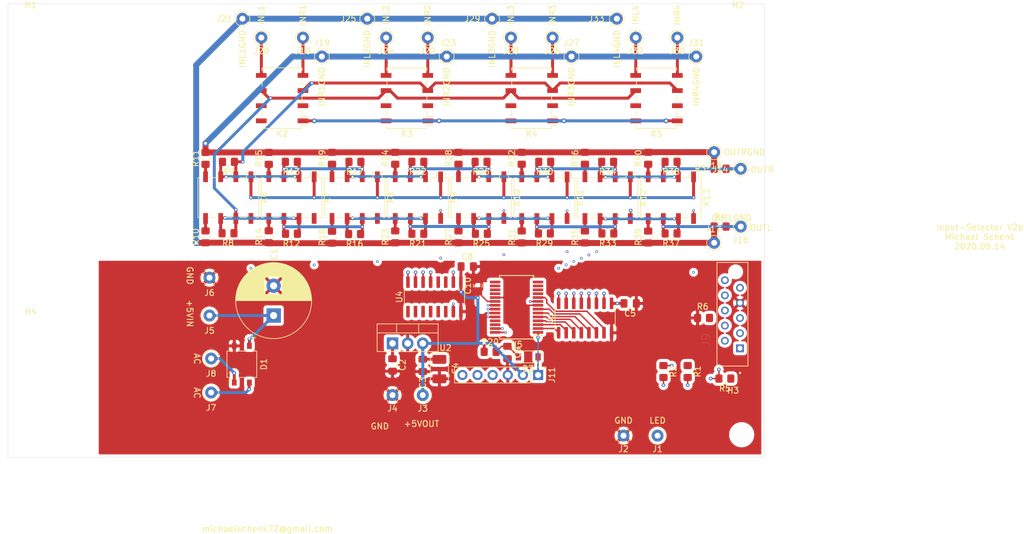
<source format=kicad_pcb>
(kicad_pcb (version 20211014) (generator pcbnew)
  (layers (0 "F.Cu" mixed) (1 "In1.Cu" signal) (2 "In2.Cu" signal) (31 "B.Cu" mixed) (34 "B.Paste" user) (35 "F.Paste" user) (36 "B.SilkS" user "B.Silkscreen") (37 "F.SilkS" user "F.Silkscreen") (38 "B.Mask" user) (39 "F.Mask" user) (44 "Edge.Cuts" user))
  (net 0 "")
  (net 1 "GND")
  (net 2 "Net-(C1-Pad1)")
  (net 3 "+5V")
  (net 4 "Net-(J1-Pad1)")
  (net 5 "Net-(C9-Pad1)")
  (net 6 "Net-(D3-Pad1)")
  (net 7 "Net-(J9-Pad2)")
  (net 8 "Net-(J9-Pad5)")
  (net 10 "Net-(J9-Pad6)")
  (net 11 "Net-(J9-Pad1)")
  (net 12 "Net-(J9-Pad8)")
  (net 13 "GND1")
  (net 14 "GND2")
  (net 15 "Net-(K2-Pad3)")
  (net 16 "Net-(J18-Pad1)")
  (net 17 "Net-(J20-Pad1)")
  (net 18 "Net-(J22-Pad1)")
  (net 19 "Net-(J24-Pad1)")
  (net 20 "Net-(J26-Pad1)")
  (net 21 "Net-(J28-Pad1)")
  (net 22 "Net-(J30-Pad1)")
  (net 23 "Net-(J32-Pad1)")
  (net 24 "Net-(K2-Pad6)")
  (net 25 "Net-(K4-Pad8)")
  (net 26 "Net-(K5-Pad8)")
  (net 27 "Net-(K6-Pad3)")
  (net 28 "Net-(R1-Pad1)")
  (net 29 "Net-(K2-Pad8)")
  (net 30 "Net-(K3-Pad8)")
  (net 31 "Net-(U4-Pad1)")
  (net 32 "Net-(U4-Pad2)")
  (net 33 "Net-(U4-Pad3)")
  (net 35 "Net-(U4-Pad4)")
  (net 36 "ICSPDAT")
  (net 37 "ICSPCLK")
  (net 39 "Net-(D1-Pad2)")
  (net 40 "Net-(D1-Pad1)")
  (net 50 "Net-(K7-Pad3)")
  (net 51 "Net-(K6-Pad4)")
  (net 52 "Net-(K6-Pad5)")
  (net 53 "Net-(K6-Pad6)")
  (net 54 "Net-(K6-Pad8)")
  (net 55 "Net-(K7-Pad6)")
  (net 56 "Net-(K7-Pad4)")
  (net 57 "Net-(K7-Pad5)")
  (net 58 "Net-(K7-Pad8)")
  (net 59 "Net-(K8-Pad4)")
  (net 60 "Net-(K8-Pad5)")
  (net 61 "Net-(K8-Pad8)")
  (net 62 "Net-(K9-Pad4)")
  (net 63 "Net-(K9-Pad5)")
  (net 64 "Net-(K8-Pad3)")
  (net 65 "Net-(K8-Pad6)")
  (net 66 "Net-(K9-Pad8)")
  (net 67 "Net-(K10-Pad4)")
  (net 68 "Net-(K10-Pad5)")
  (net 69 "Net-(K10-Pad7)")
  (net 70 "Net-(K10-Pad8)")
  (net 71 "Net-(K10-Pad6)")
  (net 72 "Net-(K11-Pad4)")
  (net 73 "Net-(K11-Pad5)")
  (net 74 "Net-(K11-Pad8)")
  (net 75 "Net-(K12-Pad4)")
  (net 76 "Net-(K12-Pad5)")
  (net 77 "Net-(K12-Pad8)")
  (net 78 "Net-(K13-Pad4)")
  (net 79 "Net-(K13-Pad5)")
  (net 80 "Net-(K13-Pad8)")
  (net 84 "ATT_0")
  (net 85 "ATT_1")
  (net 86 "ATT_2")
  (net 87 "ATT_3")
  (net 88 "ATT_4")
  (net 89 "ATT_5")
  (net 90 "ATT_7")
  (net 91 "ATT_6")
  (net 98 "Net-(K10-Pad2)")
  (net 99 "Net-(K10-Pad3)")
  (net 100 "Net-(K13-Pad3)")
  (net 101 "Net-(K13-Pad6)")
  (net 102 "Net-(K12-Pad2)")
  (net 103 "Net-(K11-Pad6)")
  (net 104 "Net-(K12-Pad3)")
  (net 105 "Net-(K13-Pad7)")
  (footprint "Capacitor_SMD:C_0805_2012Metric_Pad1.18x1.45mm_HandSolder" (layer "F.Cu") (at 152.1968 108.9367 -90)
    (fp_text reference "C2")
    (fp_text value "330nF")
  )
  (footprint "Capacitor_SMD:C_0805_2012Metric_Pad1.18x1.45mm_HandSolder" (layer "F.Cu") (at 157.2768 109.0077 -90)
    (fp_text reference "C3")
    (fp_text value "100nF")
  )
  (footprint "Capacitor_SMD:C_0805_2012Metric_Pad1.18x1.45mm_HandSolder" (layer "F.Cu") (at 192.0963 98.6028 180)
    (fp_text reference "C5")
    (fp_text value "100nF")
  )
  (footprint "MountingHole:MountingHole_3.2mm_M3" (layer "F.Cu") (at 210.185 52.705)
    (fp_text reference "H2")
    (fp_text value "MountingHole")
  )
  (footprint "MountingHole:MountingHole_3.2mm_M3" (layer "F.Cu") (at 210.82 120.65)
    (fp_text reference "H3")
    (fp_text value "MountingHole")
  )
  (footprint "MountingHole:MountingHole_3.2mm_M3" (layer "F.Cu") (at 91.44 104.14)
    (fp_text reference "H4")
    (fp_text value "MountingHole")
  )
  (footprint "Connector_Pin:Pin_D1.0mm_L10.0mm" (layer "F.Cu") (at 196.6976 120.8024)
    (fp_text reference "J1")
    (fp_text value "LED")
  )
  (footprint "Connector_Pin:Pin_D1.0mm_L10.0mm" (layer "F.Cu") (at 190.9826 120.8024)
    (fp_text reference "J2")
    (fp_text value "GND")
  )
  (footprint "Connector_Pin:Pin_D1.0mm_L10.0mm" (layer "F.Cu") (at 157.2768 113.9952)
    (fp_text reference "J3")
    (fp_text value "+5VOUT")
  )
  (footprint "Connector_Pin:Pin_D1.0mm_L10.0mm" (layer "F.Cu") (at 152.1968 113.9952)
    (fp_text reference "J4")
    (fp_text value "GND")
  )
  (footprint "Connector_Pin:Pin_D1.0mm_L10.0mm" (layer "F.Cu") (at 121.4628 100.6348)
    (fp_text reference "J5")
    (fp_text value "+5VIN")
  )
  (footprint "Connector_Pin:Pin_D1.0mm_L10.0mm" (layer "F.Cu") (at 121.4628 94.2848)
    (fp_text reference "J6")
    (fp_text value "GND")
  )
  (footprint "Connector_Pin:Pin_D1.0mm_L10.0mm" (layer "F.Cu") (at 121.7422 113.5672)
    (fp_text reference "J7")
    (fp_text value "AC")
  )
  (footprint "Connector_Pin:Pin_D1.0mm_L10.0mm" (layer "F.Cu") (at 121.7422 107.8522)
    (fp_text reference "J8")
    (fp_text value "AC")
  )
  (footprint "Connector_Pin:Pin_D1.0mm_L10.0mm" (layer "F.Cu") (at 210.6676 75.9968)
    (fp_text reference "J14")
    (fp_text value "OUT_R")
  )
  (footprint "Connector_Pin:Pin_D1.0mm_L10.0mm" (layer "F.Cu") (at 206.197298 73.2028)
    (fp_text reference "J15")
    (fp_text value "OUT_GNDR")
  )
  (footprint "Connector_Pin:Pin_D1.0mm_L10.0mm" (layer "F.Cu") (at 210.6676 85.6996)
    (fp_text reference "J16")
    (fp_text value "OUT_L")
  )
  (footprint "Connector_Pin:Pin_D1.0mm_L10.0mm" (layer "F.Cu") (at 206.197298 88.428868)
    (fp_text reference "J17")
    (fp_text value "OUT_GNDL")
  )
  (footprint "Connector_Pin:Pin_D1.0mm_L10.0mm" (layer "F.Cu") (at 137.16 53.975)
    (fp_text reference "J18")
    (fp_text value "IN_R1")
  )
  (footprint "Connector_Pin:Pin_D1.0mm_L10.0mm" (layer "F.Cu") (at 140.335 57.15)
    (fp_text reference "J19")
    (fp_text value "IN_GNDR1")
  )
  (footprint "Connector_Pin:Pin_D1.0mm_L10.0mm" (layer "F.Cu") (at 130.175 53.975)
    (fp_text reference "J20")
    (fp_text value "IN_L1")
  )
  (footprint "Connector_Pin:Pin_D1.0mm_L10.0mm" (layer "F.Cu") (at 127 50.8)
    (fp_text reference "J21")
    (fp_text value "IN_GNDL1")
  )
  (footprint "Connector_Pin:Pin_D1.0mm_L10.0mm" (layer "F.Cu") (at 158.115 53.975)
    (fp_text reference "J22")
    (fp_text value "IN_R2")
  )
  (footprint "Connector_Pin:Pin_D1.0mm_L10.0mm" (layer "F.Cu") (at 161.29 57.15)
    (fp_text reference "J23")
    (fp_text value "IN_GNDR2")
  )
  (footprint "Connector_Pin:Pin_D1.0mm_L10.0mm" (layer "F.Cu") (at 147.955 50.8)
    (fp_text reference "J25")
    (fp_text value "IN_GNDL2")
  )
  (footprint "Connector_Pin:Pin_D1.0mm_L10.0mm" (layer "F.Cu") (at 179.07 53.975)
    (fp_text reference "J26")
    (fp_text value "IN_R3")
  )
  (footprint "Connector_Pin:Pin_D1.0mm_L10.0mm" (layer "F.Cu") (at 182.245 57.15)
    (fp_text reference "J27")
    (fp_text value "IN_GNDR3")
  )
  (footprint "Connector_Pin:Pin_D1.0mm_L10.0mm" (layer "F.Cu") (at 172.085 53.975)
    (fp_text reference "J28")
    (fp_text value "IN_L3")
  )
  (footprint "Connector_Pin:Pin_D1.0mm_L10.0mm" (layer "F.Cu") (at 168.91 50.8)
    (fp_text reference "J29")
    (fp_text value "IN_GNDL3")
  )
  (footprint "Connector_Pin:Pin_D1.0mm_L10.0mm" (layer "F.Cu") (at 203.2 57.15)
    (fp_text reference "J31")
    (fp_text value "IN_GNDR4")
  )
  (footprint "Connector_Pin:Pin_D1.0mm_L10.0mm" (layer "F.Cu") (at 193.04 53.975)
    (fp_text reference "J32")
    (fp_text value "IN_L4")
  )
  (footprint "Connector_Pin:Pin_D1.0mm_L10.0mm" (layer "F.Cu") (at 189.865 50.8)
    (fp_text reference "J33")
    (fp_text value "IN_GNDL4")
  )
  (footprint "Relay_SMD:Relay_DPDT_Omron_G6K-2F" (layer "F.Cu") (at 133.66 64.135 180)
    (fp_text reference "K2")
    (fp_text value "G6K-2F DC5")
  )
  (footprint "Relay_SMD:Relay_DPDT_Omron_G6K-2F" (layer "F.Cu") (at 154.615 64.135 180)
    (fp_text reference "K3")
    (fp_text value "G6K-2F DC5")
  )
  (footprint "Relay_SMD:Relay_DPDT_Omron_G6K-2F" (layer "F.Cu") (at 175.57 64.135 180)
    (fp_text reference "K4")
    (fp_text value "G6K-2F DC5")
  )
  (footprint "Relay_SMD:Relay_DPDT_Omron_G6K-2F" (layer "F.Cu") (at 196.525 64.135 180)
    (fp_text reference "K5")
    (fp_text value "G6K-2F DC5")
  )
  (footprint "Resistor_SMD:R_0805_2012Metric_Pad1.20x1.40mm_HandSolder" (layer "F.Cu") (at 201.7522 110.0344 -90)
    (fp_text reference "R1")
    (fp_text value "330R")
  )
  (footprint "Resistor_SMD:R_0805_2012Metric_Pad1.20x1.40mm_HandSolder" (layer "F.Cu") (at 197.6882 110.0344 -90)
    (fp_text reference "R2")
    (fp_text value "330R")
  )
  (footprint "Resistor_SMD:R_0805_2012Metric_Pad1.20x1.40mm_HandSolder" (layer "F.Cu") (at 207.1972 85.6996)
    (fp_text reference "R4")
    (fp_text value "47.5k/0.1%")
  )
  (footprint "Resistor_SMD:R_0805_2012Metric_Pad1.20x1.40mm_HandSolder" (layer "F.Cu") (at 208.0006 111.2172 180)
    (fp_text reference "R5")
    (fp_text value "4.7k")
  )
  (footprint "Resistor_SMD:R_0805_2012Metric_Pad1.20x1.40mm_HandSolder" (layer "F.Cu") (at 204.4192 101.0412 180)
    (fp_text reference "R6")
    (fp_text value "4.7k")
  )
  (footprint "Connector_Pin:Pin_D1.0mm_L10.0mm" (layer "F.Cu") (at 151.13 53.975)
    (fp_text reference "J24")
    (fp_text value "IN_L2")
  )
  (footprint "MountingHole:MountingHole_3.2mm_M3" (layer "F.Cu") (at 91.44 52.705)
    (fp_text reference "H1")
    (fp_text value "MountingHole")
  )
  (footprint "Connector_Pin:Pin_D1.0mm_L10.0mm" (layer "F.Cu") (at 200.025 53.975)
    (fp_text reference "J30")
    (fp_text value "IN_R4")
  )
  (footprint "Capacitor_THT:CP_Radial_D12.5mm_P5.00mm" (layer "F.Cu") (at 132.2324 100.6348 90)
    (fp_text reference "C1")
    (fp_text value "1000uF")
  )
  (footprint "Resistor_SMD:R_0805_2012Metric_Pad1.20x1.40mm_HandSolder" (layer "F.Cu") (at 207.1972 75.9968)
    (fp_text reference "R3")
    (fp_text value "47.5k/0.1%")
  )
  (footprint "Package_SO:SOIC-16_3.9x9.9mm_P1.27mm" (layer "F.Cu") (at 159.2326 97.4994 90)
    (fp_text reference "U4")
    (fp_text value "ULN2003A")
  )
  (footprint "Package_TO_SOT_SMD:TO-269AA" (layer "F.Cu") (at 126.8984 108.8136 90)
    (fp_text reference "D1")
    (fp_text value "MB4S")
  )
  (footprint "Package_TO_SOT_THT:TO-220-3_Vertical" (layer "F.Cu") (at 152.1968 105.3084)
    (fp_text reference "U2")
    (fp_text value "L7805")
  )
  (footprint "Capacitor_Tantalum_SMD:CP_EIA-3528-21_Kemet-B_Pad1.50x2.35mm_HandSolder" (layer "F.Cu") (at 160.0708 109.6258 -90)
    (fp_text reference "C4")
    (fp_text value "10uF")
  )
  (footprint "kicad-snk:TE_CONN_RCPT_10POS_0.1_TIN_PCB" (layer "F.Cu") (at 210.5406 106.1372 90)
    (fp_text reference "J9")
    (fp_text value "TE_CONN_RCPT_10POS_0.1_TIN_PCB")
  )
  (footprint "Package_SO:SOIC-16_3.9x9.9mm_P1.27mm" (layer "F.Cu") (at 184.531 101.0554 90)
    (fp_text reference "U1")
    (fp_text value "ULN2003A")
  )
  (footprint "Resistor_SMD:R_0805_2012Metric_Pad1.20x1.40mm_HandSolder" (layer "F.Cu") (at 184.5056 87.4428 90)
    (fp_text reference "R35")
    (fp_text value "1.21k/0.1%")
  )
  (footprint "Resistor_SMD:R_0805_2012Metric_Pad1.20x1.40mm_HandSolder" (layer "F.Cu") (at 135.2296 86.9 180)
    (fp_text reference "R12")
    (fp_text value "5.11k/0.1%")
  )
  (footprint "Resistor_SMD:R_0805_2012Metric_Pad1.20x1.40mm_HandSolder" (layer "F.Cu") (at 195.1228 87.4588 90)
    (fp_text reference "R39")
    (fp_text value "29.4/0.1%")
  )
  (footprint "Capacitor_SMD:C_0805_2012Metric_Pad1.18x1.45mm_HandSolder" (layer "F.Cu") (at 164.7444 92.4052)
    (fp_text reference "C8")
    (fp_text value "100nF")
  )
  (footprint "Resistor_SMD:R_0805_2012Metric_Pad1.20x1.40mm_HandSolder" (layer "F.Cu") (at 156.448 74.8284 180)
    (fp_text reference "R22")
    (fp_text value "17.4k/0.1%")
  )
  (footprint "Resistor_SMD:R_0805_2012Metric_Pad1.20x1.40mm_HandSolder" (layer "F.Cu") (at 135.2136 74.8284 180)
    (fp_text reference "R13")
    (fp_text value "5.11k/0.1%")
  )
  (footprint "Relay_SMD:Relay_DPDT_Omron_G6K-2F" (layer "F.Cu") (at 198.9328 80.8496 -90)
    (fp_text reference "K13")
    (fp_text value "G6K-2F DC5")
  )
  (footprint "Relay_SMD:Relay_DPDT_Omron_G6K-2F" (layer "F.Cu") (at 177.6984 80.8496 -90)
    (fp_text reference "K11")
    (fp_text value "G6K-2F DC5")
  )
  (footprint "Resistor_SMD:R_0805_2012Metric_Pad1.20x1.40mm_HandSolder" (layer "F.Cu") (at 188.3156 74.8284 180)
    (fp_text reference "R34")
    (fp_text value "45.3k/0.1%")
  )
  (footprint "Resistor_SMD:R_0805_2012Metric_Pad1.20x1.40mm_HandSolder" (layer "F.Cu") (at 173.8884 87.4428 90)
    (fp_text reference "R31")
    (fp_text value "8.87k/0.1%")
  )
  (footprint "Resistor_SMD:R_0805_2012Metric_Pad1.20x1.40mm_HandSolder" (layer "F.Cu") (at 167.116 86.9 180)
    (fp_text reference "R25")
    (fp_text value "28k/0.1%")
  )
  (footprint "Diode_SMD:D_SOD-123" (layer "F.Cu") (at 174.9816 107.572 180)
    (fp_text reference "D3")
    (fp_text value "1N4148W")
  )
  (footprint "Resistor_SMD:R_0805_2012Metric_Pad1.20x1.40mm_HandSolder" (layer "F.Cu") (at 184.5056 74.2348 90)
    (fp_text reference "R36")
    (fp_text value "1.21k/0.1%")
  )
  (footprint "Resistor_SMD:R_0805_2012Metric_Pad1.20x1.40mm_HandSolder" (layer "F.Cu") (at 131.4196 87.4052 90)
    (fp_text reference "R14")
    (fp_text value "383k/0.1%")
  )
  (footprint "Resistor_SMD:R_0805_2012Metric_Pad1.20x1.40mm_HandSolder" (layer "F.Cu") (at 145.8816 74.8284 180)
    (fp_text reference "R17")
    (fp_text value "9.76k/0.1%")
  )
  (footprint "Resistor_SMD:R_0805_2012Metric_Pad1.20x1.40mm_HandSolder" (layer "F.Cu") (at 124.5776 86.8172 180)
    (fp_text reference "R8")
    (fp_text value "2.61k/0.1%")
  )
  (footprint "Relay_SMD:Relay_DPDT_Omron_G6K-2F" (layer "F.Cu") (at 124.6124 80.836 -90)
    (fp_text reference "K6")
    (fp_text value "G6K-2F DC5")
  )
  (footprint "Resistor_SMD:R_0805_2012Metric_Pad1.20x1.40mm_HandSolder" (layer "F.Cu") (at 177.6984 86.8492 180)
    (fp_text reference "R29")
    (fp_text value "39.2k/0.1%")
  )
  (footprint "Relay_SMD:Relay_DPDT_Omron_G6K-2F" (layer "F.Cu") (at 135.2296 80.8308 -90)
    (fp_text reference "K7")
    (fp_text value "G6K-2F DC5")
  )
  (footprint "Capacitor_SMD:C_0805_2012Metric_Pad1.18x1.45mm_HandSolder" (layer "F.Cu") (at 166.5224 95.6271 90)
    (fp_text reference "C10")
    (fp_text value "100nF")
  )
  (footprint "Resistor_SMD:R_0805_2012Metric_Pad1.20x1.40mm_HandSolder" (layer "F.Cu") (at 177.7492 74.8284 180)
    (fp_text reference "R30")
    (fp_text value "39.2k/0.1%")
  )
  (footprint "Resistor_SMD:R_0805_2012Metric_Pad1.20x1.40mm_HandSolder" (layer "F.Cu") (at 120.8024 74.248 90)
    (fp_text reference "R11")
    (fp_text value "787k/0.1%")
  )
  (footprint "Resistor_SMD:R_0805_2012Metric_Pad1.20x1.40mm_HandSolder" (layer "F.Cu") (at 167.0652 74.8284 180)
    (fp_text reference "R26")
    (fp_text value "28k/0.1%")
  )
  (footprint "Resistor_SMD:R_0805_2012Metric_Pad1.20x1.40mm_HandSolder" (layer "F.Cu") (at 145.8308 86.9508 180)
    (fp_text reference "R16")
    (fp_text value "9.76k/0.1%")
  )
  (footprint "Resistor_SMD:R_0805_2012Metric_Pad1.20x1.40mm_HandSolder" (layer "F.Cu") (at 163.2712 87.424 90)
    (fp_text reference "R27")
    (fp_text value "30.9k/0.1%")
  )
  (footprint "Resistor_SMD:R_0805_2012Metric_Pad1.20x1.40mm_HandSolder" (layer "F.Cu") (at 131.4196 74.248 90)
    (fp_text reference "R15")
    (fp_text value "383k/0.1%")
  )
  (footprint "Resistor_SMD:R_0805_2012Metric_Pad1.20x1.40mm_HandSolder" (layer "F.Cu") (at 198.9676 74.8284 180)
    (fp_text reference "R38")
    (fp_text value "46.4k/0.1%")
  )
  (footprint "Relay_SMD:Relay_DPDT_Omron_G6K-2F" (layer "F.Cu") (at 188.3156 80.8496 -90)
    (fp_text reference "K12")
    (fp_text value "G6K-2F DC5")
  )
  (footprint "Resistor_SMD:R_0805_2012Metric_Pad1.20x1.40mm_HandSolder" (layer "F.Cu") (at 156.448 86.9 180)
    (fp_text reference "R21")
    (fp_text value "17.4k/0.1%")
  )
  (footprint "Resistor_SMD:R_0805_2012Metric_Pad1.20x1.40mm_HandSolder" (layer "F.Cu") (at 124.6472 74.8284 180)
    (fp_text reference "R9")
    (fp_text value "2.61k/0.1%")
  )
  (footprint "Resistor_SMD:R_0805_2012Metric_Pad1.20x1.40mm_HandSolder" (layer "F.Cu") (at 120.8024 87.424 90)
    (fp_text reference "R10")
    (fp_text value "787k/0.1%")
  )
  (footprint "Resistor_SMD:R_0805_2012Metric_Pad1.20x1.40mm_HandSolder" (layer "F.Cu") (at 152.654 74.2348 90)
    (fp_text reference "R24")
    (fp_text value "80.6k/0.1%")
  )
  (footprint "Resistor_SMD:R_0805_2012Metric_Pad1.20x1.40mm_HandSolder" (layer "F.Cu") (at 163.2712 74.2348 90)
    (fp_text reference "R28")
    (fp_text value "30.9k/0.1%")
  )
  (footprint "Resistor_SMD:R_0805_2012Metric_Pad1.20x1.40mm_HandSolder" (layer "F.Cu") (at 188.3504 86.8492 180)
    (fp_text reference "R33")
    (fp_text value "45.3k/0.1%")
  )
  (footprint "Resistor_SMD:R_0805_2012Metric_Pad1.20x1.40mm_HandSolder" (layer "F.Cu") (at 152.654 87.424 90)
    (fp_text reference "R23")
    (fp_text value "80.6k/0.1%")
  )
  (footprint "Resistor_SMD:R_0805_2012Metric_Pad1.20x1.40mm_HandSolder" (layer "F.Cu") (at 142.039092 74.2348 90)
    (fp_text reference "R19")
    (fp_text value "182k/0.1%")
  )
  (footprint "Resistor_SMD:R_0805_2012Metric_Pad1.20x1.40mm_HandSolder" (layer "F.Cu") (at 198.9676 86.8492 180)
    (fp_text reference "R37")
    (fp_text value "46.4k/0.1%")
  )
  (footprint "Resistor_SMD:R_0805_2012Metric_Pad1.20x1.40mm_HandSolder" (layer "F.Cu") (at 168.5892 106.7308)
    (fp_text reference "R20")
    (fp_text value "4.7k")
  )
  (footprint "Relay_SMD:Relay_DPDT_Omron_G6K-2F" (layer "F.Cu") (at 167.0812 80.836 -90)
    (fp_text reference "K10")
    (fp_text value "G6K-2F DC5")
  )
  (footprint "Capacitor_SMD:C_0805_2012Metric_Pad1.18x1.45mm_HandSolder" (layer "F.Cu") (at 171.5008 106.8393 -90)
    (fp_text reference "C9")
    (fp_text value "10nF")
  )
  (footprint "Resistor_SMD:R_0805_2012Metric_Pad1.20x1.40mm_HandSolder" (layer "F.Cu") (at 142.039092 87.4908 90)
    (fp_text reference "R18")
    (fp_text value "182k/0.1%")
  )
  (footprint "Relay_SMD:Relay_DPDT_Omron_G6K-2F" (layer "F.Cu") (at 156.464 80.8412 -90)
    (fp_text reference "K9")
    (fp_text value "G6K-2F DC5")
  )
  (footprint "Resistor_SMD:R_0805_2012Metric_Pad1.20x1.40mm_HandSolder" (layer "F.Cu") (at 173.8884 74.2348 90)
    (fp_text reference "R32")
    (fp_text value "8.87k/0.1%")
  )
  (footprint "Relay_SMD:Relay_DPDT_Omron_G6K-2F" (layer "F.Cu") (at 145.849092 80.836 -90)
    (fp_text reference "K8")
    (fp_text value "G6K-2F DC5")
  )
  (footprint "Connector_PinHeader_2.54mm:PinHeader_1x06_P2.54mm_Vertical" (layer "F.Cu") (at 176.6316 110.62 -90)
    (fp_text reference "J11")
    (fp_text value "Conn_01x06_Male")
  )
  (footprint "Resistor_SMD:R_0805_2012Metric_Pad1.20x1.40mm_HandSolder" (layer "F.Cu") (at 195.1228 74.2348 90)
    (fp_text reference "R40")
    (fp_text value "29.4/0.1%")
  )
  (footprint "Package_SO:SSOP-28_5.3x10.2mm_P0.65mm" (layer "F.Cu") (at 173.0248 99.2408 180)
    (fp_text reference "U5")
    (fp_text value "PIC16F18056-I/SS")
  )
  (gr_line (start 87.63 124.46) (end 87.63 48.26) (layer "Edge.Cuts") (width 0.05))
  (gr_line (start 214.63 124.46) (end 87.63 124.46) (layer "Edge.Cuts") (width 0.05))
  (gr_line (start 214.63 48.26) (end 214.63 124.46) (layer "Edge.Cuts") (width 0.05))
  (gr_line (start 87.63 48.26) (end 214.63 48.26) (layer "Edge.Cuts") (width 0.05))
  (gr_text "OUTL" (at 214.0204 85.9028) (layer "F.SilkS") (effects (font (size 1 1))))
  (gr_text "AC" (at 119.38 113.618 270) (layer "F.SilkS") (effects (font (size 1 1))))
  (gr_text "+5VIN" (at 118.1608 100.2792 270) (layer "F.SilkS") (effects (font (size 1 1))))
  (gr_text "GND" (at 118.1608 93.9292 270) (layer "F.SilkS") (effects (font (size 1 1))))
  (gr_text "+5VOUT" (at 157.0736 118.8212) (layer "F.SilkS") (effects (font (size 1 1))))
  (gr_text "GND" (at 150.0632 119.2276) (layer "F.SilkS") (effects (font (size 1 1))))
  (gr_text "GND" (at 190.9826 118.2624) (layer "F.SilkS") (effects (font (size 1 1))))
  (gr_text "INR1GND" (at 140.335 62.23 90) (layer "F.SilkS") (effects (font (size 1 1))))
  (gr_text "INL1" (at 130.175 50.165 90) (layer "F.SilkS") (effects (font (size 1 1))))
  (gr_text "INR1" (at 137.16 50.165 90) (layer "F.SilkS") (effects (font (size 1 1))))
  (gr_text "INR2GND" (at 161.29 62.23 90) (layer "F.SilkS") (effects (font (size 1 1))))
  (gr_text "INR2" (at 158.115 50.165 90) (layer "F.SilkS") (effects (font (size 1 1))))
  (gr_text "INL2" (at 151.13 50.165 90) (layer "F.SilkS") (effects (font (size 1 1))))
  (gr_text "INL2GND" (at 147.955 55.88 90) (layer "F.SilkS") (effects (font (size 1 1))))
  (gr_text "INR3GND" (at 182.245 62.23 90) (layer "F.SilkS") (effects (font (size 1 1))))
  (gr_text "INL3GND" (at 168.91 55.88 90) (layer "F.SilkS") (effects (font (size 1 1))))
  (gr_text "INL3" (at 172.085 50.165 90) (layer "F.SilkS") (effects (font (size 1 1))))
  (gr_text "INR3" (at 179.07 50.165 90) (layer "F.SilkS") (effects (font (size 1 1))))
  (gr_text "INR4GND" (at 203.2 62.23 90) (layer "F.SilkS") (effects (font (size 1 1))))
  (gr_text "INR4" (at 200.025 50.165 90) (layer "F.SilkS") (effects (font (size 1 1))))
  (gr_text "INL4GND" (at 189.865 55.88 90) (layer "F.SilkS") (effects (font (size 1 1))))
  (gr_text "INL4" (at 193.04 50.165 90) (layer "F.SilkS") (effects (font (size 1 1))))
  (gr_text "OUTLGND" (at 209.1182 84.2518) (layer "F.SilkS") (effects (font (size 1 1))))
  (gr_text "OUTRGND" (at 211.277298 73.2028) (layer "F.SilkS") (effects (font (size 1 1))))
  (gr_text "Input-Selector V2b\nMichael Schenk\n2020.05.14" (at 250.7996 87.4268) (layer "F.SilkS") (effects (font (size 1 1))))
  (gr_text "LED" (at 196.6976 118.2624) (layer "F.SilkS") (effects (font (size 1 1))))
  (gr_text "michaelschenk72@gmail.com" (at 131.1656 136.4488) (layer "F.SilkS") (effects (font (size 1 1))))
  (gr_text "AC" (at 119.38 107.903 270) (layer "F.SilkS") (effects (font (size 1 1))))
  (gr_text "INL1GND" (at 127 55.88 90) (layer "F.SilkS") (effects (font (size 1 1))))
  (gr_text "OUTR" (at 214.2744 76.1492) (layer "F.SilkS") (effects (font (size 1 1))))
  (segment (start 174.823 98.9158) (end 174.8028 98.936) (width 0.25) (layer "F.Cu") (net 1))
  (segment (start 171.6822 97.6158) (end 171.704 97.6376) (width 0.25) (layer "F.Cu") (net 1))
  (segment (start 176.6248 98.9158) (end 174.823 98.9158) (width 0.25) (layer "F.Cu") (net 1))
  (segment (start 169.4248 97.6158) (end 171.6822 97.6158) (width 0.25) (layer "F.Cu") (net 1))
  (segment (start 128.1684 105.7386) (end 128.1684 104.5464) (width 0.5) (layer "F.Cu") (net 2))
  (segment (start 152.1968 107.8992) (end 152.1968 105.3084) (width 0.5) (layer "F.Cu") (net 2))
  (via (at 128.1684 104.5464) (size 0.6) (drill 0.3) (layers "F.Cu" "B.Cu") (net 2))
  (segment (start 128.1684 104.5464) (end 128.3208 104.5464) (width 0.5) (layer "B.Cu") (net 2))
  (segment (start 121.4628 100.6348) (end 132.2324 100.6348) (width 0.5) (layer "B.Cu") (net 2))
  (segment (start 128.3208 104.5464) (end 132.2324 100.6348) (width 0.5) (layer "B.Cu") (net 2))
  (segment (start 188.9984 98.6028) (end 188.976 98.5804) (width 0.5) (layer "F.Cu") (net 3))
  (segment (start 169.4248 98.2658) (end 168.1236 98.2658) (width 0.25) (layer "F.Cu") (net 3))
  (segment (start 191.0588 98.6028) (end 189.9412 98.6028) (width 0.5) (layer "F.Cu") (net 3))
  (segment (start 170.8912 80.8228) (end 170.878 80.836) (width 0.5) (layer "F.Cu") (net 3))
  (segment (start 139.0396 80.836) (end 139.0396 77.3308) (width 0.5) (layer "F.Cu") (net 3))
  (segment (start 181.5084 80.8228) (end 181.4952 80.836) (width 0.5) (layer "F.Cu") (net 3))
  (segment (start 192.1256 77.3496) (end 192.1256 80.8228) (width 0.5) (layer "F.Cu") (net 3))
  (segment (start 139.065 67.945) (end 137.16 67.945) (width 0.5) (layer "F.Cu") (net 3))
  (segment (start 149.659092 80.833708) (end 149.6568 80.836) (width 0.5) (layer "F.Cu") (net 3))
  (segment (start 160.02 67.945) (end 158.115 67.945) (width 0.5) (layer "F.Cu") (net 3))
  (segment (start 202.7428 80.8228) (end 202.7428 77.3496) (width 0.5) (layer "F.Cu") (net 3))
  (segment (start 181.5084 77.3496) (end 181.5084 80.8228) (width 0.5) (layer "F.Cu") (net 3))
  (segment (start 128.4224 80.836) (end 128.4224 77.336) (width 0.5) (layer "F.Cu") (net 3))
  (segment (start 163.6776 92.4345) (end 163.7069 92.4052) (width 0.5) (layer "F.Cu") (net 3))
  (segment (start 168.1236 98.2658) (end 166.5224 96.6646) (width 0.25) (layer "F.Cu") (net 3))
  (segment (start 192.1256 80.8228) (end 192.1388 80.836) (width 0.5) (layer "F.Cu") (net 3))
  (segment (start 157.2768 107.9702) (end 160.0402 107.9702) (width 0.5) (layer "F.Cu") (net 3))
  (segment (start 157.2768 105.3084) (end 157.2768 107.9702) (width 0.5) (layer "F.Cu") (net 3))
  (segment (start 207.0006 111.2172) (end 207.0006 109.7092) (width 0.25) (layer "F.Cu") (net 3))
  (segment (start 170.8912 77.336) (end 170.8912 80.8228) (width 0.5) (layer "F.Cu") (net 3))
  (segment (start 149.659092 77.336) (end 149.659092 80.833708) (width 0.5) (layer "F.Cu") (net 3))
  (segment (start 198.12 67.945) (end 200.025 67.945) (width 0.5) (layer "F.Cu") (net 3))
  (segment (start 160.274 80.836) (end 160.274 77.3412) (width 0.5) (layer "F.Cu") (net 3))
  (segment (start 163.6776 95.0244) (end 163.6776 96.6724) (width 0.5) (layer "F.Cu") (net 3))
  (segment (start 205.5876 111.2172) (end 207.0006 111.2172) (width 0.25) (layer "F.Cu") (net 3))
  (segment (start 167.1828 96.4988) (end 167.1828 96.142) (width 0.25) (layer "F.Cu") (net 3))
  (segment (start 197.6882 109.0344) (end 199.0852 109.0344) (width 0.25) (layer "F.Cu") (net 3))
  (segment (start 166.5224 96.6646) (end 166.5224 97.6511) (width 0.5) (layer "F.Cu") (net 3))
  (segment (start 167.5892 106.7308) (end 167.5892 105.3592) (width 0.5) (layer "F.Cu") (net 3))
  (segment (start 189.9412 98.6028) (end 188.9984 98.6028) (width 0.5) (layer "F.Cu") (net 3))
  (segment (start 180.975 67.945) (end 179.07 67.945) (width 0.5) (layer "F.Cu") (net 3))
  (segment (start 207.0006 109.7092) (end 206.9846 109.6932) (width 0.25) (layer "F.Cu") (net 3))
  (segment (start 167.5892 105.3592) (end 167.5384 105.3084) (width 0.5) (layer "F.Cu") (net 3))
  (segment (start 163.6776 95.0244) (end 163.6776 92.4345) (width 0.5) (layer "F.Cu") (net 3))
  (via (at 160.274 80.836) (size 0.6) (drill 0.3) (layers "F.Cu" "B.Cu") (net 3))
  (via (at 163.6776 96.6724) (size 0.6) (drill 0.3) (layers "F.Cu" "B.Cu") (net 3))
  (via (at 167.5384 105.3084) (size 0.6) (drill 0.3) (layers "F.Cu" "B.Cu") (net 3))
  (via (at 170.878 80.836) (size 0.6) (drill 0.3) (layers "F.Cu" "B.Cu") (net 3))
  (via (at 160.02 67.945) (size 0.8) (drill 0.4) (layers "F.Cu" "B.Cu") (net 3))
  (via (at 139.065 67.945) (size 0.8) (drill 0.4) (layers "F.Cu" "B.Cu") (net 3))
  (via (at 205.5876 111.2172) (size 0.6) (drill 0.3) (layers "F.Cu" "B.Cu") (net 3))
  (via (at 189.9412 98.6028) (size 0.6) (drill 0.3) (layers "F.Cu" "B.Cu") (net 3))
  (via (at 128.4224 80.836) (size 0.6) (drill 0.3) (layers "F.Cu" "B.Cu") (net 3))
  (via (at 149.6568 80.836) (size 0.6) (drill 0.3) (layers "F.Cu" "B.Cu") (net 3))
  (via (at 180.975 67.945) (size 0.8) (drill 0.4) (layers "F.Cu" "B.Cu") (net 3))
  (via (at 198.12 67.945) (size 0.8) (drill 0.4) (layers "F.Cu" "B.Cu") (net 3))
  (via (at 199.0852 109.0344) (size 0.6) (drill 0.3) (layers "F.Cu" "B.Cu") (net 3))
  (via (at 166.5224 97.6511) (size 0.6) (drill 0.3) (layers "F.Cu" "B.Cu") (net 3))
  (via (at 139.0396 80.836) (size 0.6) (drill 0.3) (layers "F.Cu" "B.Cu") (net 3))
  (via (at 206.9846 109.6932) (size 0.6) (drill 0.3) (layers "F.Cu" "B.Cu") (net 3))
  (via (at 181.4952 80.836) (size 0.6) (drill 0.3) (layers "F.Cu" "B.Cu") (net 3))
  (via (at 192.1388 80.836) (size 0.6) (drill 0.3) (layers "F.Cu" "B.Cu") (net 3))
  (via (at 202.7428 80.8228) (size 0.6) (drill 0.3) (layers "F.Cu" "B.Cu") (net 3))
  (segment (start 198.12 67.945) (end 180.975 67.945) (width 0.5) (layer "B.Cu") (net 3))
  (segment (start 166.4716 105.3084) (end 167.1828 105.3084) (width 0.5) (layer "B.Cu") (net 3))
  (segment (start 202.7296 80.836) (end 202.7428 80.8228) (width 0.5) (layer "B.Cu") (net 3))
  (segment (start 139.0396 80.836) (end 128.4224 80.836) (width 0.5) (layer "B.Cu") (net 3))
  (segment (start 181.4952 80.836) (end 192.1388 80.836) (width 0.5) (layer "B.Cu") (net 3))
  (segment (start 167.5384 105.3084) (end 168.78 105.3084) (width 0.5) (layer "B.Cu") (net 3))
  (segment (start 160.274 80.836) (end 170.878 80.836) (width 0.5) (layer "B.Cu") (net 3))
  (segment (start 180.975 67.945) (end 160.02 67.945) (width 0.5) (layer "B.Cu") (net 3))
  (segment (start 149.6568 80.836) (end 160.274 80.836) (width 0.5) (layer "B.Cu") (net 3))
  (segment (start 167.1828 105.3084) (end 167.5384 105.3084) (width 0.5) (layer "B.Cu") (net 3))
  (segment (start 149.6568 80.836) (end 139.0396 80.836) (width 0.5) (layer "B.Cu") (net 3))
  (segment (start 168.78 105.3084) (end 174.0916 110.62) (width 0.5) (layer "B.Cu") (net 3))
  (segment (start 166.5224 105.2576) (end 166.4716 105.3084) (width 0.5) (layer "B.Cu") (net 3))
  (segment (start 157.2768 113.9952) (end 157.2768 105.3084) (width 0.5) (layer "B.Cu") (net 3))
  (segment (start 166.5224 97.6511) (end 164.6563 97.6511) (width 0.5) (layer "B.Cu") (net 3))
  (segment (start 170.878 80.836) (end 181.4952 80.836) (width 0.5) (layer "B.Cu") (net 3))
  (segment (start 157.2768 105.3084) (end 166.4716 105.3084) (width 0.5) (layer "B.Cu") (net 3))
  (segment (start 164.6563 97.6511) (end 163.6776 96.6724) (width 0.5) (layer "B.Cu") (net 3))
  (segment (start 166.5224 97.6511) (end 166.5224 105.2576) (width 0.5) (layer "B.Cu") (net 3))
  (segment (start 160.02 67.945) (end 139.065 67.945) (width 0.5) (layer "B.Cu") (net 3))
  (segment (start 192.1388 80.836) (end 202.7296 80.836) (width 0.5) (layer "B.Cu") (net 3))
  (segment (start 201.7522 111.0344) (end 201.7522 112.3364) (width 0.25) (layer "F.Cu") (net 4))
  (segment (start 197.6882 112.3364) (end 197.6882 111.0344) (width 0.25) (layer "F.Cu") (net 4))
  (via (at 201.7522 112.3364) (size 0.6) (drill 0.3) (layers "F.Cu" "B.Cu") (net 4))
  (via (at 197.6882 112.3364) (size 0.6) (drill 0.3) (layers "F.Cu" "B.Cu") (net 4))
  (segment (start 171.5008 105.8018) (end 170.5182 105.8018) (width 0.25) (layer "F.Cu") (net 5))
  (segment (start 169.597 105.8018) (end 169.5892 105.794) (width 0.25) (layer "F.Cu") (net 5))
  (segment (start 170.5182 105.8018) (end 169.5892 106.7308) (width 0.25) (layer "F.Cu") (net 5))
  (segment (start 171.5614 105.8018) (end 173.3316 107.572) (width 0.25) (layer "F.Cu") (net 5))
  (segment (start 171.5008 105.8018) (end 171.5614 105.8018) (width 0.25) (layer "F.Cu") (net 5))
  (segment (start 176.6316 104.3208) (end 176.6316 103.4726) (width 0.25) (layer "F.Cu") (net 6))
  (segment (start 176.6316 103.4726) (end 176.6248 103.4658) (width 0.25) (layer "F.Cu") (net 6))
  (segment (start 176.6316 110.62) (end 176.6316 107.572) (width 0.25) (layer "F.Cu") (net 6))
  (via (at 176.6316 104.3208) (size 0.6) (drill 0.3) (layers "F.Cu" "B.Cu") (net 6))
  (segment (start 176.6316 110.62) (end 176.6316 104.3208) (width 0.25) (layer "B.Cu") (net 6))
  (segment (start 206.197298 88.428868) (end 206.197298 85.699698) (width 1) (layer "F.Cu") (net 13))
  (segment (start 195.1228 88.4588) (end 184.5216 88.4588) (width 1) (layer "F.Cu") (net 13))
  (segment (start 184.5056 88.4428) (end 173.8884 88.4428) (width 1) (layer "F.Cu") (net 13))
  (segment (start 152.654 88.424) (end 163.2712 88.424) (width 1) (layer "F.Cu") (net 13))
  (segment (start 119.2464 88.424) (end 119.2276 88.4428) (width 1) (layer "F.Cu") (net 13))
  (segment (start 195.152732 88.428868) (end 206.197298 88.428868) (width 1) (layer "F.Cu") (net 13))
  (segment (start 142.039092 88.4908) (end 152.5872 88.4908) (width 1) (layer "F.Cu") (net 13))
  (segment (start 131.5052 88.4908) (end 131.4196 88.4052) (width 1) (layer "F.Cu") (net 13))
  (segment (start 142.039092 88.4908) (end 131.5052 88.4908) (width 1) (layer "F.Cu") (net 13))
  (segment (start 206.197298 85.699698) (end 206.1972 85.6996) (width 1) (layer "F.Cu") (net 13))
  (segment (start 131.4196 88.4052) (end 120.8212 88.4052) (width 1) (layer "F.Cu") (net 13))
  (segment (start 173.8884 88.4428) (end 163.29 88.4428) (width 1) (layer "F.Cu") (net 13))
  (segment (start 195.1228 88.4588) (end 195.152732 88.428868) (width 1) (layer "F.Cu") (net 13))
  (segment (start 120.8024 88.424) (end 119.2464 88.424) (width 1) (layer "F.Cu") (net 13))
  (segment (start 184.5216 88.4588) (end 184.5056 88.4428) (width 1) (layer "F.Cu") (net 13))
  (segment (start 120.8212 88.4052) (end 120.8024 88.424) (width 1) (layer "F.Cu") (net 13))
  (segment (start 163.29 88.4428) (end 163.2712 88.424) (width 1) (layer "F.Cu") (net 13))
  (segment (start 152.5872 88.4908) (end 152.654 88.424) (width 1) (layer "F.Cu") (net 13))
  (via (at 119.2276 88.4428) (size 1) (drill 0.5) (layers "F.Cu" "B.Cu") (net 13))
  (segment (start 127 50.8) (end 147.955 50.8) (width 1) (layer "B.Cu") (net 13))
  (segment (start 147.955 50.8) (end 168.91 50.8) (width 1) (layer "B.Cu") (net 13))
  (segment (start 119.2276 58.5724) (end 127 50.8) (width 1) (layer "B.Cu") (net 13))
  (segment (start 119.2276 88.4428) (end 119.2276 58.5724) (width 1) (layer "B.Cu") (net 13))
  (segment (start 168.91 50.8) (end 189.865 50.8) (width 1) (layer "B.Cu") (net 13))
  (segment (start 142.025892 73.248) (end 142.039092 73.2348) (width 1) (layer "F.Cu") (net 14))
  (segment (start 163.2712 73.2348) (end 173.8884 73.2348) (width 1) (layer "F.Cu") (net 14))
  (segment (start 206.1972 75.9968) (end 206.1972 73.202898) (width 1) (layer "F.Cu") (net 14))
  (segment (start 120.8024 73.248) (end 131.4196 73.248) (width 1) (layer "F.Cu") (net 14))
  (segment (start 206.197298 73.2028) (end 195.1548 73.2028) (width 1) (layer "F.Cu") (net 14))
  (segment (start 131.4196 73.248) (end 142.025892 73.248) (width 1) (layer "F.Cu") (net 14))
  (segment (start 120.8024 73.248) (end 120.8024 71.7296) (width 1) (layer "F.Cu") (net 14))
  (segment (start 195.1548 73.2028) (end 195.1228 73.2348) (width 1) (layer "F.Cu") (net 14))
  (segment (start 142.039092 73.2348) (end 152.654 73.2348) (width 1) (layer "F.Cu") (net 14))
  (segment (start 206.1972 73.202898) (end 206.197298 73.2028) (width 1) (layer "F.Cu") (net 14))
  (segment (start 173.8884 73.2348) (end 184.5056 73.2348) (width 1) (layer "F.Cu") (net 14))
  (segment (start 184.5056 73.2348) (end 195.1228 73.2348) (width 1) (layer "F.Cu") (net 14))
  (segment (start 152.654 73.2348) (end 163.2712 73.2348) (width 1) (layer "F.Cu") (net 14))
  (via (at 120.8024 71.7296) (size 1) (drill 0.5) (layers "F.Cu" "B.Cu") (net 14))
  (segment (start 140.335 57.15) (end 161.29 57.15) (width 1) (layer "B.Cu") (net 14))
  (segment (start 182.88 57.15) (end 203.2 57.15) (width 1) (layer "B.Cu") (net 14))
  (segment (start 120.8024 71.7296) (end 135.382 57.15) (width 1) (layer "B.Cu") (net 14))
  (segment (start 161.29 57.15) (end 182.88 57.15) (width 1) (layer "B.Cu") (net 14))
  (segment (start 135.382 57.15) (end 140.335 57.15) (width 1) (layer "B.Cu") (net 14))
  (segment (start 159.385 61.595) (end 177.8 61.595) (width 0.5) (layer "F.Cu") (net 15))
  (segment (start 158.115 62.865) (end 159.385 61.595) (width 0.5) (layer "F.Cu") (net 15))
  (segment (start 127.0508 74.8284) (end 125.6472 74.8284) (width 0.5) (layer "F.Cu") (net 15))
  (segment (start 198.755 61.595) (end 200.025 62.865) (width 0.5) (layer "F.Cu") (net 15))
  (segment (start 177.8 61.595) (end 179.07 62.865) (width 0.5) (layer "F.Cu") (net 15))
  (segment (start 180.34 61.595) (end 198.755 61.595) (width 0.5) (layer "F.Cu") (net 15))
  (segment (start 138.6586 61.595) (end 156.845 61.595) (width 0.5) (layer "F.Cu") (net 15))
  (segment (start 125.8824 77.336) (end 125.8824 75.9968) (width 0.5) (layer "F.Cu") (net 15))
  (segment (start 125.8824 75.0636) (end 125.6472 74.8284) (width 0.5) (layer "F.Cu") (net 15))
  (segment (start 125.8824 75.9968) (end 125.8824 75.0636) (width 0.5) (layer "F.Cu") (net 15))
  (segment (start 156.845 61.595) (end 158.115 62.865) (width 0.5) (layer "F.Cu") (net 15))
  (segment (start 138.43 61.595) (end 138.6586 61.595) (width 0.5) (layer "F.Cu") (net 15))
  (segment (start 137.16 62.865) (end 138.43 61.595) (width 0.5) (layer "F.Cu") (net 15))
  (segment (start 179.07 62.865) (end 180.34 61.595) (width 0.5) (layer "F.Cu") (net 15))
  (via (at 127.0508 74.8284) (size 0.6) (drill 0.3) (layers "F.Cu" "B.Cu") (net 15))
  (via (at 138.6586 61.595) (size 0.6) (drill 0.3) (layers "F.Cu" "B.Cu") (net 15))
  (segment (start 138.6586 61.595) (end 127.0508 73.2028) (width 0.5) (layer "B.Cu") (net 15))
  (segment (start 127.0508 73.2028) (end 127.0508 74.8284) (width 0.5) (layer "B.Cu") (net 15))
  (segment (start 137.16 53.975) (end 137.16 60.325) (width 0.5) (layer "F.Cu") (net 16))
  (segment (start 130.175 53.975) (end 130.175 60.31) (width 0.5) (layer "F.Cu") (net 17))
  (segment (start 158.115 53.975) (end 158.115 60.325) (width 0.5) (layer "F.Cu") (net 18))
  (segment (start 151.13 53.975) (end 151.13 60.31) (width 0.5) (layer "F.Cu") (net 19))
  (segment (start 179.07 53.975) (end 179.07 60.325) (width 0.5) (layer "F.Cu") (net 20))
  (segment (start 172.085 53.975) (end 172.085 60.31) (width 0.5) (layer "F.Cu") (net 21))
  (segment (start 200.025 53.975) (end 200.025 60.325) (width 0.5) (layer "F.Cu") (net 22))
  (segment (start 193.04 53.975) (end 193.04 60.31) (width 0.5) (layer "F.Cu") (net 23))
  (segment (start 191.755 64.135) (end 193.025 62.865) (width 0.5) (layer "F.Cu") (net 24))
  (segment (start 172.085 62.865) (end 173.355 64.135) (width 0.5) (layer "F.Cu") (net 24))
  (segment (start 125.8824 84.336) (end 125.8824 86.5124) (width 0.5) (layer "F.Cu") (net 24))
  (segment (start 125.8824 82.8548) (end 125.8824 84.336) (width 0.5) (layer "F.Cu") (net 24))
  (segment (start 149.845 64.135) (end 151.115 62.865) (width 0.5) (layer "F.Cu") (net 24))
  (segment (start 151.765 62.865) (end 153.035 64.135) (width 0.5) (layer "F.Cu") (net 24))
  (segment (start 125.8824 86.5124) (end 125.5776 86.8172) (width 0.5) (layer "F.Cu") (net 24))
  (segment (start 153.035 64.135) (end 170.8 64.135) (width 0.5) (layer "F.Cu") (net 24))
  (segment (start 130.175 62.865) (end 131.445 64.135) (width 0.5) (layer "F.Cu") (net 24))
  (segment (start 173.355 64.135) (end 191.755 64.135) (width 0.5) (layer "F.Cu") (net 24))
  (segment (start 170.8 64.135) (end 172.07 62.865) (width 0.5) (layer "F.Cu") (net 24))
  (segment (start 131.699 64.135) (end 149.845 64.135) (width 0.5) (layer "F.Cu") (net 24))
  (segment (start 131.445 64.135) (end 131.699 64.135) (width 0.5) (layer "F.Cu") (net 24))
  (via (at 125.8824 82.8548) (size 0.6) (drill 0.3) (layers "F.Cu" "B.Cu") (net 24))
  (via (at 131.699 64.135) (size 0.6) (drill 0.3) (layers "F.Cu" "B.Cu") (net 24))
  (segment (start 122.2756 73.5584) (end 122.2756 78.6892) (width 0.5) (layer "B.Cu") (net 24))
  (segment (start 131.699 64.135) (end 122.2756 73.5584) (width 0.5) (layer "B.Cu") (net 24))
  (segment (start 122.2756 79.248) (end 125.8824 82.8548) (width 0.5) (layer "B.Cu") (net 24))
  (segment (start 122.2756 78.6892) (end 122.2756 79.248) (width 0.5) (layer "B.Cu") (net 24))
  (segment (start 157.3276 95.0244) (end 157.3276 93.3704) (width 0.25) (layer "F.Cu") (net 25))
  (via (at 157.3276 93.3704) (size 0.6) (drill 0.3) (layers "F.Cu" "B.Cu") (net 25))
  (segment (start 158.5976 95.0244) (end 158.5976 93.3704) (width 0.25) (layer "F.Cu") (net 26))
  (via (at 158.5976 93.3704) (size 0.6) (drill 0.3) (layers "F.Cu" "B.Cu") (net 26))
  (segment (start 124.2384 77.336) (end 124.2568 77.3176) (width 0.5) (layer "F.Cu") (net 27))
  (segment (start 135.7884 77.3176) (end 136.4864 77.3176) (width 0.5) (layer "F.Cu") (net 27))
  (segment (start 123.3424 77.336) (end 124.2384 77.336) (width 0.5) (layer "F.Cu") (net 27))
  (segment (start 136.4864 77.3176) (end 136.4996 77.3308) (width 0.5) (layer "F.Cu") (net 27))
  (segment (start 136.4996 75.1144) (end 136.2136 74.8284) (width 0.5) (layer "F.Cu") (net 27))
  (segment (start 123.3424 77.336) (end 123.3424 75.1332) (width 0.5) (layer "F.Cu") (net 27))
  (segment (start 136.4996 77.3308) (end 136.4996 75.1144) (width 0.5) (layer "F.Cu") (net 27))
  (segment (start 123.3424 75.1332) (end 123.6472 74.8284) (width 0.5) (layer "F.Cu") (net 27))
  (via (at 124.2568 77.3176) (size 0.6) (drill 0.3) (layers "F.Cu" "B.Cu") (net 27))
  (via (at 135.7884 77.3176) (size 0.6) (drill 0.3) (layers "F.Cu" "B.Cu") (net 27))
  (segment (start 124.2568 77.3176) (end 135.7884 77.3176) (width 0.5) (layer "B.Cu") (net 27))
  (segment (start 154.7876 95.0244) (end 154.7876 93.3704) (width 0.25) (layer "F.Cu") (net 29))
  (via (at 154.7876 93.3704) (size 0.6) (drill 0.3) (layers "F.Cu" "B.Cu") (net 29))
  (segment (start 156.0576 95.0244) (end 156.0576 93.3704) (width 0.25) (layer "F.Cu") (net 30))
  (via (at 156.0576 93.3704) (size 0.6) (drill 0.3) (layers "F.Cu" "B.Cu") (net 30))
  (segment (start 168.233856 98.9158) (end 168.229877 98.911821) (width 0.25) (layer "F.Cu") (net 31))
  (segment (start 169.4248 98.9158) (end 168.233856 98.9158) (width 0.25) (layer "F.Cu") (net 31))
  (via (at 168.229877 98.911821) (size 0.45) (drill 0.225) (layers "F.Cu" "B.Cu") (net 31))
  (segment (start 168.2518 99.5658) (end 168.2496 99.568) (width 0.25) (layer "F.Cu") (net 32))
  (segment (start 169.4248 99.5658) (end 168.2518 99.5658) (width 0.25) (layer "F.Cu") (net 32))
  (via (at 168.2496 99.568) (size 0.45) (drill 0.225) (layers "F.Cu" "B.Cu") (net 32))
  (segment (start 169.4248 100.2158) (end 168.251303 100.2158) (width 0.25) (layer "F.Cu") (net 33))
  (segment (start 168.251303 100.2158) (end 168.2496 100.217503) (width 0.25) (layer "F.Cu") (net 33))
  (via (at 168.2496 100.217503) (size 0.45) (drill 0.225) (layers "F.Cu" "B.Cu") (net 33))
  (segment (start 168.250806 100.8658) (end 168.2496 100.867006) (width 0.25) (layer "F.Cu") (net 35))
  (segment (start 169.4248 100.8658) (end 168.250806 100.8658) (width 0.25) (layer "F.Cu") (net 35))
  (via (at 168.2496 100.867006) (size 0.45) (drill 0.225) (layers "F.Cu" "B.Cu") (net 35))
  (segment (start 169.4248 103.4658) (end 171.1729 103.4658) (width 0.25) (layer "F.Cu") (net 36))
  (segment (start 171.1729 103.4658) (end 171.1867 103.4796) (width 0.25) (layer "F.Cu") (net 36))
  (via (at 171.1867 103.4796) (size 0.45) (drill 0.225) (layers "F.Cu" "B.Cu") (net 36))
  (segment (start 170.5898 102.8158) (end 170.6372 102.7684) (width 0.25) (layer "F.Cu") (net 37))
  (segment (start 169.4248 102.8158) (end 170.5898 102.8158) (width 0.25) (layer "F.Cu") (net 37))
  (via (at 170.6372 102.8192) (size 0.45) (drill 0.225) (layers "F.Cu" "B.Cu") (net 37))
  (segment (start 128.1176 113.03) (end 128.1176 111.9394) (width 0.5) (layer "F.Cu") (net 39))
  (segment (start 128.1176 111.9394) (end 128.1684 111.8886) (width 0.5) (layer "F.Cu") (net 39))
  (via (at 128.1176 113.03) (size 0.6) (drill 0.3) (layers "F.Cu" "B.Cu") (net 39))
  (segment (start 127.5804 113.5672) (end 128.1176 113.03) (width 0.5) (layer "B.Cu") (net 39))
  (segment (start 121.7422 113.5672) (end 127.5804 113.5672) (width 0.5) (layer "B.Cu") (net 39))
  (segment (start 125.6284 110.2868) (end 125.6284 111.8886) (width 0.5) (layer "F.Cu") (net 40))
  (via (at 125.6284 110.2868) (size 0.6) (drill 0.3) (layers "F.Cu" "B.Cu") (net 40))
  (segment (start 123.1938 107.8522) (end 125.6284 110.2868) (width 0.5) (layer "B.Cu") (net 40))
  (segment (start 121.7422 107.8522) (end 123.1938 107.8522) (width 0.5) (layer "B.Cu") (net 40))
  (segment (start 147.119092 76.049892) (end 147.119092 75.065892) (width 0.5) (layer "F.Cu") (net 50))
  (segment (start 147.119092 75.065892) (end 146.8816 74.8284) (width 0.5) (layer "F.Cu") (net 50))
  (segment (start 147.119092 77.336) (end 147.119092 76.049892) (width 0.5) (layer "F.Cu") (net 50))
  (segment (start 133.9596 75.9968) (end 133.9596 75.0824) (width 0.5) (layer "F.Cu") (net 50))
  (segment (start 133.9596 75.0824) (end 134.2136 74.8284) (width 0.5) (layer "F.Cu") (net 50))
  (segment (start 133.9596 77.3308) (end 133.9596 75.9968) (width 0.5) (layer "F.Cu") (net 50))
  (via (at 133.9596 75.9968) (size 0.6) (drill 0.3) (layers "F.Cu" "B.Cu") (net 50))
  (via (at 147.119092 76.049892) (size 0.6) (drill 0.3) (layers "F.Cu" "B.Cu") (net 50))
  (segment (start 147.066 75.9968) (end 147.119092 76.049892) (width 0.5) (layer "B.Cu") (net 50))
  (segment (start 133.9596 75.9968) (end 147.066 75.9968) (width 0.5) (layer "B.Cu") (net 50))
  (segment (start 120.8024 77.336) (end 120.8024 75.248) (width 0.5) (layer "F.Cu") (net 51))
  (segment (start 120.8024 84.336) (end 120.8024 86.424) (width 0.5) (layer "F.Cu") (net 52))
  (segment (start 135.6068 84.3308) (end 135.5852 84.3092) (width 0.5) (layer "F.Cu") (net 53))
  (segment (start 136.4996 84.3308) (end 136.4996 86.63) (width 0.5) (layer "F.Cu") (net 53))
  (segment (start 123.3424 86.582) (end 123.5776 86.8172) (width 0.5) (layer "F.Cu") (net 53))
  (segment (start 123.42 84.2584) (end 123.3424 84.336) (width 0.5) (layer "F.Cu") (net 53))
  (segment (start 124.0536 84.2584) (end 123.42 84.2584) (width 0.5) (layer "F.Cu") (net 53))
  (segment (start 136.4996 84.3308) (end 135.6068 84.3308) (width 0.5) (layer "F.Cu") (net 53))
  (segment (start 136.4996 86.63) (end 136.2296 86.9) (width 0.5) (layer "F.Cu") (net 53))
  (segment (start 123.3424 84.336) (end 123.3424 86.582) (width 0.5) (layer "F.Cu") (net 53))
  (via (at 124.0536 84.2584) (size 0.6) (drill 0.3) (layers "F.Cu" "B.Cu") (net 53))
  (via (at 135.5852 84.3092) (size 0.6) (drill 0.3) (layers "F.Cu" "B.Cu") (net 53))
  (segment (start 135.5852 84.3092) (end 124.1044 84.3092) (width 0.5) (layer "B.Cu") (net 53))
  (segment (start 124.1044 84.3092) (end 124.0536 84.2584) (width 0.5) (layer "B.Cu") (net 53))
  (segment (start 180.086 98.5804) (end 180.086 96.9264) (width 0.25) (layer "F.Cu") (net 54))
  (via (at 128.4224 92.71) (size 0.45) (drill 0.225) (layers "F.Cu" "B.Cu") (net 54))
  (via (at 180.086 96.9264) (size 0.6) (drill 0.3) (layers "F.Cu" "B.Cu") (net 54))
  (via (at 180.086 92.6919) (size 0.45) (drill 0.225) (layers "F.Cu" "B.Cu") (net 54))
  (segment (start 133.9596 84.3308) (end 133.9596 85.7316) (width 0.5) (layer "F.Cu") (net 55))
  (segment (start 147.119092 85.729308) (end 147.119092 86.662508) (width 0.5) (layer "F.Cu") (net 55))
  (segment (start 147.119092 86.662508) (end 146.8308 86.9508) (width 0.5) (layer "F.Cu") (net 55))
  (segment (start 147.119092 84.336) (end 147.119092 85.729308) (width 0.5) (layer "F.Cu") (net 55))
  (segment (start 133.9596 85.7316) (end 133.9596 86.63) (width 0.5) (layer "F.Cu") (net 55))
  (segment (start 133.9596 86.63) (end 134.2296 86.9) (width 0.5) (layer "F.Cu") (net 55))
  (via (at 133.9596 85.7316) (size 0.6) (drill 0.3) (layers "F.Cu" "B.Cu") (net 55))
  (via (at 147.119092 85.729308) (size 0.6) (drill 0.3) (layers "F.Cu" "B.Cu") (net 55))
  (segment (start 147.119092 85.729308) (end 133.961892 85.729308) (width 0.5) (layer "B.Cu") (net 55))
  (segment (start 133.961892 85.729308) (end 133.9596 85.7316) (width 0.5) (layer "B.Cu") (net 55))
  (segment (start 131.4196 77.3308) (end 131.4196 75.248) (width 0.5) (layer "F.Cu") (net 56))
  (segment (start 131.4196 84.3308) (end 131.4196 86.4052) (width 0.5) (layer "F.Cu") (net 57))
  (segment (start 181.356 98.5804) (end 181.356 96.9264) (width 0.25) (layer "F.Cu") (net 58))
  (via (at 181.356 96.9264) (size 0.6) (drill 0.3) (layers "F.Cu" "B.Cu") (net 58))
  (via (at 139.0396 92.1512) (size 0.45) (drill 0.225) (layers "F.Cu" "B.Cu") (net 58))
  (via (at 181.356 92.114) (size 0.45) (drill 0.225) (layers "F.Cu" "B.Cu") (net 58))
  (segment (start 142.039092 77.336) (end 142.039092 75.2348) (width 0.5) (layer "F.Cu") (net 59))
  (segment (start 142.039092 86.4908) (end 142.039092 84.336) (width 0.5) (layer "F.Cu") (net 60))
  (segment (start 182.626 98.5804) (end 182.626 96.9264) (width 0.25) (layer "F.Cu") (net 61))
  (via (at 182.626 96.9264) (size 0.6) (drill 0.3) (layers "F.Cu" "B.Cu") (net 61))
  (via (at 182.626 91.5645) (size 0.45) (drill 0.225) (layers "F.Cu" "B.Cu") (net 61))
  (via (at 149.6568 91.5924) (size 0.45) (drill 0.225) (layers "F.Cu" "B.Cu") (net 61))
  (segment (start 152.654 77.3412) (end 152.654 75.2348) (width 0.5) (layer "F.Cu") (net 62))
  (segment (start 152.654 86.424) (end 152.654 84.3412) (width 0.5) (layer "F.Cu") (net 63))
  (segment (start 144.579092 75.130908) (end 144.8816 74.8284) (width 0.5) (layer "F.Cu") (net 64))
  (segment (start 145.4728 77.336) (end 145.4912 77.3176) (width 0.5) (layer "F.Cu") (net 64))
  (segment (start 157.7104 77.3176) (end 157.734 77.3412) (width 0.5) (layer "F.Cu") (net 64))
  (segment (start 144.579092 77.336) (end 144.579092 75.130908) (width 0.5) (layer "F.Cu") (net 64))
  (segment (start 157.734 75.1144) (end 157.448 74.8284) (width 0.5) (layer "F.Cu") (net 64))
  (segment (start 156.972 77.3176) (end 157.7104 77.3176) (width 0.5) (layer "F.Cu") (net 64))
  (segment (start 144.579092 77.336) (end 145.4728 77.336) (width 0.5) (layer "F.Cu") (net 64))
  (segment (start 157.734 77.3412) (end 157.734 75.1144) (width 0.5) (layer "F.Cu") (net 64))
  (via (at 145.4912 77.3176) (size 0.6) (drill 0.3) (layers "F.Cu" "B.Cu") (net 64))
  (via (at 156.972 77.3176) (size 0.6) (drill 0.3) (layers "F.Cu" "B.Cu") (net 64))
  (segment (start 145.4912 77.3176) (end 156.972 77.3176) (width 0.5) (layer "B.Cu") (net 64))
  (segment (start 144.579092 84.336) (end 144.579092 86.699092) (width 0.5) (layer "F.Cu") (net 65))
  (segment (start 144.579092 86.699092) (end 144.8308 86.9508) (width 0.5) (layer "F.Cu") (net 65))
  (segment (start 145.4832 84.336) (end 145.4912 84.328) (width 0.5) (layer "F.Cu") (net 65))
  (segment (start 157.734 84.3412) (end 157.734 86.614) (width 0.5) (layer "F.Cu") (net 65))
  (segment (start 144.579092 84.336) (end 145.4832 84.336) (width 0.5) (layer "F.Cu") (net 65))
  (segment (start 157.734 86.614) (end 157.448 86.9) (width 0.5) (layer "F.Cu") (net 65))
  (segment (start 157.7208 84.328) (end 157.734 84.3412) (width 0.5) (layer "F.Cu") (net 65))
  (segment (start 156.972 84.328) (end 157.7208 84.328) (width 0.5) (layer "F.Cu") (net 65))
  (via (at 145.4912 84.328) (size 0.6) (drill 0.3) (layers "F.Cu" "B.Cu") (net 65))
  (via (at 156.972 84.328) (size 0.6) (drill 0.3) (layers "F.Cu" "B.Cu") (net 65))
  (segment (start 145.4912 84.328) (end 156.972 84.328) (width 0.5) (layer "B.Cu") (net 65))
  (segment (start 160.274 83.0072) (end 160.274 84.3412) (width 0.25) (layer "F.Cu") (net 66))
  (segment (start 183.896 98.5804) (end 183.896 96.9264) (width 0.25) (layer "F.Cu") (net 66))
  (via (at 160.274 90.9828) (size 0.45) (drill 0.225) (layers "F.Cu" "B.Cu") (net 66))
  (via (at 183.896 91.015) (size 0.45) (drill 0.225) (layers "F.Cu" "B.Cu") (net 66))
  (via (at 160.274 83.0072) (size 0.45) (drill 0.225) (layers "F.Cu" "B.Cu") (net 66))
  (via (at 183.896 96.9264) (size 0.6) (drill 0.3) (layers "F.Cu" "B.Cu") (net 66))
  (segment (start 163.2712 77.336) (end 163.2712 75.2348) (width 0.5) (layer "F.Cu") (net 67))
  (segment (start 163.2712 86.424) (end 163.2712 84.336) (width 0.5) (layer "F.Cu") (net 68))
  (segment (start 168.3512 86.6648) (end 168.116 86.9) (width 0.5) (layer "F.Cu") (net 69))
  (segment (start 155.194 86.646) (end 155.448 86.9) (width 0.5) (layer "F.Cu") (net 69))
  (segment (start 168.3512 85.7316) (end 168.3512 86.6648) (width 0.5) (layer "F.Cu") (net 69))
  (segment (start 168.3512 84.336) (end 168.3512 85.7316) (width 0.5) (layer "F.Cu") (net 69))
  (segment (start 155.194 85.6808) (end 155.194 86.646) (width 0.5) (layer "F.Cu") (net 69))
  (segment (start 155.194 84.3412) (end 155.194 85.6808) (width 0.5) (layer "F.Cu") (net 69))
  (via (at 155.194 85.6808) (size 0.6) (drill 0.3) (layers "F.Cu" "B.Cu") (net 69))
  (via (at 168.3512 85.7316) (size 0.6) (drill 0.3) (layers "F.Cu" "B.Cu") (net 69))
  (segment (start 168.3004 85.6808) (end 168.3512 85.7316) (width 0.5) (layer "B.Cu") (net 69))
  (segment (start 155.194 85.6808) (end 168.3004 85.6808) (width 0.5) (layer "B.Cu") (net 69))
  (segment (start 185.166 98.5804) (end 185.166 96.9264) (width 0.25) (layer "F.Cu") (net 70))
  (segment (start 170.8912 83.0072) (end 170.8912 84.336) (width 0.25) (layer "F.Cu") (net 70))
  (via (at 170.8912 90.424) (size 0.45) (drill 0.225) (layers "F.Cu" "B.Cu") (net 70))
  (via (at 185.166 90.4655) (size 0.45) (drill 0.225) (layers "F.Cu" "B.Cu") (net 70))
  (via (at 185.166 96.9264) (size 0.6) (drill 0.3) (layers "F.Cu" "B.Cu") (net 70))
  (via (at 170.8912 83.0072) (size 0.45) (drill 0.225) (layers "F.Cu" "B.Cu") (net 70))
  (segment (start 165.8112 84.336) (end 166.7176 84.336) (width 0.5) (layer "F.Cu") (net 71))
  (segment (start 166.7176 84.336) (end 166.7256 84.328) (width 0.5) (layer "F.Cu") (net 71))
  (segment (start 165.8112 84.336) (end 165.8112 86.5952) (width 0.5) (layer "F.Cu") (net 71))
  (segment (start 165.8112 86.5952) (end 166.116 86.9) (width 0.5) (layer "F.Cu") (net 71))
  (segment (start 178.9684 84.3496) (end 178.9684 86.5792) (width 0.5) (layer "F.Cu") (net 71))
  (segment (start 178.9684 86.5792) (end 178.6984 86.8492) (width 0.5) (layer "F.Cu") (net 71))
  (segment (start 178.2572 84.328) (end 178.9468 84.328) (width 0.5) (layer "F.Cu") (net 71))
  (segment (start 178.9468 84.328) (end 178.9684 84.3496) (width 0.5) (layer "F.Cu") (net 71))
  (via (at 166.7256 84.328) (size 0.6) (drill 0.3) (layers "F.Cu" "B.Cu") (net 71))
  (via (at 178.2572 84.328) (size 0.6) (drill 0.3) (layers "F.Cu" "B.Cu") (net 71))
  (segment (start 166.7256 84.328) (end 178.2572 84.328) (width 0.5) (layer "B.Cu") (net 71))
  (segment (start 173.8884 77.3496) (end 173.8884 75.2348) (width 0.5) (layer "F.Cu") (net 72))
  (segment (start 173.8884 86.4428) (end 173.8884 84.3496) (width 0.5) (layer "F.Cu") (net 73))
  (segment (start 181.5084 83.058) (end 181.5084 84.3496) (width 0.25) (layer "F.Cu") (net 74))
  (segment (start 186.436 98.5804) (end 186.436 96.9264) (width 0.25) (layer "F.Cu") (net 74))
  (via (at 181.5084 89.916) (size 0.45) (drill 0.225) (layers "F.Cu" "B.Cu") (net 74))
  (via (at 186.4868 89.916) (size 0.45) (drill 0.225) (layers "F.Cu" "B.Cu") (net 74))
  (via (at 186.436 96.9264) (size 0.6) (drill 0.3) (layers "F.Cu" "B.Cu") (net 74))
  (via (at 181.5084 83.058) (size 0.45) (drill 0.225) (layers "F.Cu" "B.Cu") (net 74))
  (via (at 186.4868 89.916) (size 0.45) (drill 0.225) (layers "F.Cu" "B.Cu") (net 74))
  (segment (start 184.5056 77.3496) (end 184.5056 75.2348) (width 0.5) (layer "F.Cu") (net 75))
  (segment (start 184.5056 86.4428) (end 184.5056 84.3496) (width 0.5) (layer "F.Cu") (net 76))
  (segment (start 192.1764 83.0072) (end 192.1764 84.2988) (width 0.25) (layer "F.Cu") (net 77))
  (segment (start 187.706 98.5804) (end 187.706 96.9264) (width 0.25) (layer "F.Cu") (net 77))
  (segment (start 192.1764 84.2988) (end 192.1256 84.3496) (width 0.25) (layer "F.Cu") (net 77))
  (via (at 187.706 96.9264) (size 0.6) (drill 0.3) (layers "F.Cu" "B.Cu") (net 77))
  (via (at 192.1764 83.0072) (size 0.6) (drill 0.3) (layers "F.Cu" "B.Cu") (net 77))
  (segment (start 195.1228 77.3496) (end 195.1228 75.2348) (width 0.5) (layer "F.Cu") (net 78))
  (segment (start 195.1228 86.4588) (end 195.1228 84.3496) (width 0.5) (layer "F.Cu") (net 79))
  (segment (start 202.7428 83.0072) (end 202.7428 84.3496) (width 0.25) (layer "F.Cu") (net 80))
  (segment (start 162.4076 95.0244) (end 162.4076 93.3704) (width 0.25) (layer "F.Cu") (net 80))
  (via (at 162.4076 93.3704) (size 0.6) (drill 0.3) (layers "F.Cu" "B.Cu") (net 80))
  (via (at 202.7428 93.3704) (size 0.45) (drill 0.225) (layers "F.Cu" "B.Cu") (net 80))
  (via (at 202.7428 83.0072) (size 0.45) (drill 0.225) (layers "F.Cu" "B.Cu") (net 80))
  (segment (start 176.6248 102.8158) (end 179.3714 102.8158) (width 0.25) (layer "F.Cu") (net 84))
  (segment (start 179.3714 102.8158) (end 180.086 103.5304) (width 0.25) (layer "F.Cu") (net 84))
  (segment (start 180.368151 102.1658) (end 181.356 103.153649) (width 0.25) (layer "F.Cu") (net 85))
  (segment (start 176.6248 102.1658) (end 180.368151 102.1658) (width 0.25) (layer "F.Cu") (net 85))
  (segment (start 181.356 103.153649) (end 181.356 103.5304) (width 0.25) (layer "F.Cu") (net 85))
  (segment (start 181.188151 101.7158) (end 182.626 103.153649) (width 0.25) (layer "F.Cu") (net 86))
  (segment (start 177.854 101.5158) (end 178.054 101.7158) (width 0.25) (layer "F.Cu") (net 86))
  (segment (start 182.626 103.153649) (end 182.626 103.5304) (width 0.25) (layer "F.Cu") (net 86))
  (segment (start 178.054 101.7158) (end 181.188151 101.7158) (width 0.25) (layer "F.Cu") (net 86))
  (segment (start 176.6248 101.5158) (end 177.854 101.5158) (width 0.25) (layer "F.Cu") (net 86))
  (segment (start 176.6248 100.8658) (end 178.0096 100.8658) (width 0.25) (layer "F.Cu") (net 87))
  (segment (start 183.896 103.153649) (end 183.896 103.5304) (width 0.25) (layer "F.Cu") (net 87))
  (segment (start 182.008151 101.2658) (end 183.896 103.153649) (width 0.25) (layer "F.Cu") (net 87))
  (segment (start 178.4096 101.2658) (end 182.008151 101.2658) (width 0.25) (layer "F.Cu") (net 87))
  (segment (start 178.0096 100.8658) (end 178.4096 101.2658) (width 0.25) (layer "F.Cu") (net 87))
  (segment (start 178.2668 100.2158) (end 178.8668 100.8158) (width 0.25) (layer "F.Cu") (net 88))
  (segment (start 185.166 103.153649) (end 185.166 103.5304) (width 0.25) (layer "F.Cu") (net 88))
  (segment (start 182.828151 100.8158) (end 185.166 103.153649) (width 0.25) (layer "F.Cu") (net 88))
  (segment (start 178.8668 100.8158) (end 182.828151 100.8158) (width 0.25) (layer "F.Cu") (net 88))
  (segment (start 176.6248 100.2158) (end 178.2668 100.2158) (width 0.25) (layer "F.Cu") (net 88))
  (segment (start 183.648151 100.3658) (end 186.436 103.153649) (width 0.25) (layer "F.Cu") (net 89))
  (segment (start 178.524 99.5658) (end 179.324 100.3658) (width 0.25) (layer "F.Cu") (net 89))
  (segment (start 176.6248 99.5658) (end 178.524 99.5658) (width 0.25) (layer "F.Cu") (net 89))
  (segment (start 186.436 103.153649) (end 186.436 103.5304) (width 0.25) (layer "F.Cu") (net 89))
  (segment (start 179.324 100.3658) (end 183.648151 100.3658) (width 0.25) (layer "F.Cu") (net 89))
  (segment (start 175.3206 98.2658) (end 175.3108 98.2756) (width 0.25) (layer "F.Cu") (net 90))
  (segment (start 176.6248 98.2658) (end 175.3206 98.2658) (width 0.25) (layer "F.Cu") (net 90))
  (segment (start 162.4076 98.682) (end 162.4076 99.9744) (width 0.25) (layer "F.Cu") (net 90))
  (via (at 162.4076 98.682) (size 0.45) (drill 0.225) (layers "F.Cu" "B.Cu") (net 90))
  (via (at 175.3108 98.2756) (size 0.45) (drill 0.225) (layers "F.Cu" "B.Cu") (net 90))
  (segment (start 178.1048 98.510204) (end 179.510396 99.9158) (width 0.25) (layer "F.Cu") (net 91))
  (segment (start 179.510396 99.9158) (end 184.825 99.9158) (width 0.25) (layer "F.Cu") (net 91))
  (segment (start 187.706 102.7968) (end 187.706 103.5304) (width 0.25) (layer "F.Cu") (net 91))
  (segment (start 177.7498 97.6158) (end 178.1048 97.9708) (width 0.25) (layer "F.Cu") (net 91))
  (segment (start 184.825 99.9158) (end 187.706 102.7968) (width 0.25) (layer "F.Cu") (net 91))
  (segment (start 178.1048 97.9708) (end 178.1048 98.510204) (width 0.25) (layer "F.Cu") (net 91))
  (segment (start 176.6248 97.6158) (end 177.7498 97.6158) (width 0.25) (layer "F.Cu") (net 91))
  (segment (start 155.194 75.0824) (end 155.448 74.8284) (width 0.5) (layer "F.Cu") (net 98))
  (segment (start 155.194 77.3412) (end 155.194 75.9968) (width 0.5) (layer "F.Cu") (net 98))
  (segment (start 155.194 75.9968) (end 155.194 75.0824) (width 0.5) (layer "F.Cu") (net 98))
  (segment (start 168.3512 77.336) (end 168.3512 75.9968) (width 0.5) (layer "F.Cu") (net 98))
  (segment (start 168.3512 75.9968) (end 168.3512 75.1144) (width 0.5) (layer "F.Cu") (net 98))
  (segment (start 168.3512 75.1144) (end 168.0652 74.8284) (width 0.5) (layer "F.Cu") (net 98))
  (via (at 168.3512 75.9968) (size 0.6) (drill 0.3) (layers "F.Cu" "B.Cu") (net 98))
  (via (at 155.194 75.9968) (size 0.6) (drill 0.3) (layers "F.Cu" "B.Cu") (net 98))
  (segment (start 155.194 75.9968) (end 168.3512 75.9968) (width 0.5) (layer "B.Cu") (net 98))
  (segment (start 166.7072 77.336) (end 166.7256 77.3176) (width 0.5) (layer "F.Cu") (net 99))
  (segment (start 165.8112 77.336) (end 165.8112 75.0824) (width 0.5) (layer "F.Cu") (net 99))
  (segment (start 178.9684 75.0476) (end 178.7492 74.8284) (width 0.5) (layer "F.Cu") (net 99))
  (segment (start 178.9684 77.3496) (end 178.9684 75.0476) (width 0.5) (layer "F.Cu") (net 99))
  (segment (start 178.2572 77.3176) (end 178.9364 77.3176) (width 0.5) (layer "F.Cu") (net 99))
  (segment (start 165.8112 77.336) (end 166.7072 77.336) (width 0.5) (layer "F.Cu") (net 99))
  (segment (start 165.8112 75.0824) (end 166.0652 74.8284) (width 0.5) (layer "F.Cu") (net 99))
  (segment (start 178.9364 77.3176) (end 178.9684 77.3496) (width 0.5) (layer "F.Cu") (net 99))
  (via (at 178.2572 77.3176) (size 0.6) (drill 0.3) (layers "F.Cu" "B.Cu") (net 99))
  (via (at 166.7256 77.3176) (size 0.6) (drill 0.3) (layers "F.Cu" "B.Cu") (net 99))
  (segment (start 166.7256 77.3176) (end 178.2572 77.3176) (width 0.5) (layer "B.Cu") (net 99))
  (segment (start 197.6628 75.9968) (end 197.6628 75.1332) (width 0.5) (layer "F.Cu") (net 100))
  (segment (start 197.6628 77.3496) (end 197.6628 75.9968) (width 0.5) (layer "F.Cu") (net 100))
  (segment (start 210.6676 75.9968) (end 208.1972 75.9968) (width 0.5) (layer "F.Cu") (net 100))
  (segment (start 197.6628 75.1332) (end 197.9676 74.8284) (width 0.5) (layer "F.Cu") (net 100))
  (via (at 197.6628 75.9968) (size 0.6) (drill 0.3) (layers "F.Cu" "B.Cu") (net 100))
  (segment (start 197.6628 75.9968) (end 210.6676 75.9968) (width 0.5) (layer "B.Cu") (net 100))
  (segment (start 197.6628 84.3496) (end 197.6628 85.6996) (width 0.5) (layer "F.Cu") (net 101))
  (segment (start 210.6676 85.6996) (end 208.1972 85.6996) (width 0.5) (layer "F.Cu") (net 101))
  (segment (start 197.6628 86.5444) (end 197.9676 86.8492) (width 0.5) (layer "F.Cu") (net 101))
  (segment (start 197.6628 85.6996) (end 197.6628 86.5444) (width 0.5) (layer "F.Cu") (net 101))
  (via (at 197.6628 85.6996) (size 0.6) (drill 0.3) (layers "F.Cu" "B.Cu") (net 101))
  (segment (start 197.6628 85.6996) (end 210.6676 85.6996) (width 0.5) (layer "B.Cu") (net 101))
  (segment (start 189.5856 75.0984) (end 189.3156 74.8284) (width 0.5) (layer "F.Cu") (net 102))
  (segment (start 176.4284 75.1492) (end 176.7492 74.8284) (width 0.5) (layer "F.Cu") (net 102))
  (segment (start 176.4284 77.3496) (end 176.4284 75.9968) (width 0.5) (layer "F.Cu") (net 102))
  (segment (start 189.5856 76.0984) (end 189.5856 75.0984) (width 0.5) (layer "F.Cu") (net 102))
  (segment (start 189.5856 77.3496) (end 189.5856 76.0984) (width 0.5) (layer "F.Cu") (net 102))
  (segment (start 176.4284 75.9968) (end 176.4284 75.1492) (width 0.5) (layer "F.Cu") (net 102))
  (via (at 176.4284 75.9968) (size 0.6) (drill 0.3) (layers "F.Cu" "B.Cu") (net 102))
  (via (at 189.5856 76.0984) (size 0.6) (drill 0.3) (layers "F.Cu" "B.Cu") (net 102))
  (segment (start 189.484 75.9968) (end 189.5856 76.0984) (width 0.5) (layer "B.Cu") (net 102))
  (segment (start 176.4284 75.9968) (end 189.484 75.9968) (width 0.5) (layer "B.Cu") (net 102))
  (segment (start 189.5856 84.3496) (end 189.5856 85.6808) (width 0.5) (layer "F.Cu") (net 103))
  (segment (start 189.5856 86.614) (end 189.3504 86.8492) (width 0.5) (layer "F.Cu") (net 103))
  (segment (start 176.4284 84.3496) (end 176.4284 85.7316) (width 0.5) (layer "F.Cu") (net 103))
  (segment (start 176.4284 85.7316) (end 176.4284 86.5792) (width 0.5) (layer "F.Cu") (net 103))
  (segment (start 189.5856 85.6808) (end 189.5856 86.614) (width 0.5) (layer "F.Cu") (net 103))
  (segment (start 176.4284 86.5792) (end 176.6984 86.8492) (width 0.5) (layer "F.Cu") (net 103))
  (via (at 189.5856 85.6808) (size 0.6) (drill 0.3) (layers "F.Cu" "B.Cu") (net 103))
  (via (at 176.4284 85.7316) (size 0.6) (drill 0.3) (layers "F.Cu" "B.Cu") (net 103))
  (segment (start 189.5348 85.7316) (end 189.5856 85.6808) (width 0.5) (layer "B.Cu") (net 103))
  (segment (start 176.4284 85.7316) (end 189.5348 85.7316) (width 0.5) (layer "B.Cu") (net 103))
  (segment (start 187.0456 75.0984) (end 187.3156 74.8284) (width 0.5) (layer "F.Cu") (net 104))
  (segment (start 200.184 77.3684) (end 200.2028 77.3496) (width 0.5) (layer "F.Cu") (net 104))
  (segment (start 200.2028 77.3496) (end 200.2028 75.0636) (width 0.5) (layer "F.Cu") (net 104))
  (segment (start 187.9412 77.3496) (end 187.96 77.3684) (width 0.5) (layer "F.Cu") (net 104))
  (segment (start 200.0824 77.47) (end 200.2028 77.3496) (width 0.5) (layer "F.Cu") (net 104))
  (segment (start 200.2028 75.0636) (end 199.9676 74.8284) (width 0.5) (layer "F.Cu") (net 104))
  (segment (start 199.4916 77.3684) (end 200.184 77.3684) (width 0.5) (layer "F.Cu") (net 104))
  (segment (start 187.0456 77.3496) (end 187.9412 77.3496) (width 0.5) (layer "F.Cu") (net 104))
  (segment (start 187.0456 77.3496) (end 187.0456 75.0984) (width 0.5) (layer "F.Cu") (net 104))
  (via (at 187.96 77.3684) (size 0.6) (drill 0.3) (layers "F.Cu" "B.Cu") (net 104))
  (via (at 199.4916 77.3684) (size 0.6) (drill 0.3) (layers "F.Cu" "B.Cu") (net 104))
  (segment (start 187.96 77.3684) (end 199.4916 77.3684) (width 0.5) (layer "B.Cu") (net 104))
  (segment (start 199.4916 84.3788) (end 200.1736 84.3788) (width 0.5) (layer "F.Cu") (net 105))
  (segment (start 200.1736 84.3788) (end 200.2028 84.3496) (width 0.5) (layer "F.Cu") (net 105))
  (segment (start 187.0456 86.5444) (end 187.3504 86.8492) (width 0.5) (layer "F.Cu") (net 105))
  (segment (start 200.2028 86.614) (end 199.9676 86.8492) (width 0.5) (layer "F.Cu") (net 105))
  (segment (start 187.9308 84.3496) (end 187.96 84.3788) (width 0.5) (layer "F.Cu") (net 105))
  (segment (start 187.0456 84.3496) (end 187.0456 86.5444) (width 0.5) (layer "F.Cu") (net 105))
  (segment (start 187.0456 84.3496) (end 187.9308 84.3496) (width 0.5) (layer "F.Cu") (net 105))
  (segment (start 200.2028 84.3496) (end 200.2028 86.614) (width 0.5) (layer "F.Cu") (net 105))
  (via (at 187.96 84.3788) (size 0.6) (drill 0.3) (layers "F.Cu" "B.Cu") (net 105))
  (via (at 199.4916 84.3788) (size 0.6) (drill 0.3) (layers "F.Cu" "B.Cu") (net 105))
  (segment (start 187.96 84.3788) (end 199.4916 84.3788) (width 0.5) (layer "B.Cu") (net 105))
  (zone (net 1) (net_name "GND") (layer "F.Cu") (connect_pads (clearance 0.508)) (min_thickness 0.254) (fill yes (thermal_gap 0.508) (thermal_bridge_width 0.508))
    (polygon (pts (xy 214.63 124.46) (xy 102.87 124.46) (xy 102.87 91.44) (xy 214.63 91.44)))
  )
)
</source>
